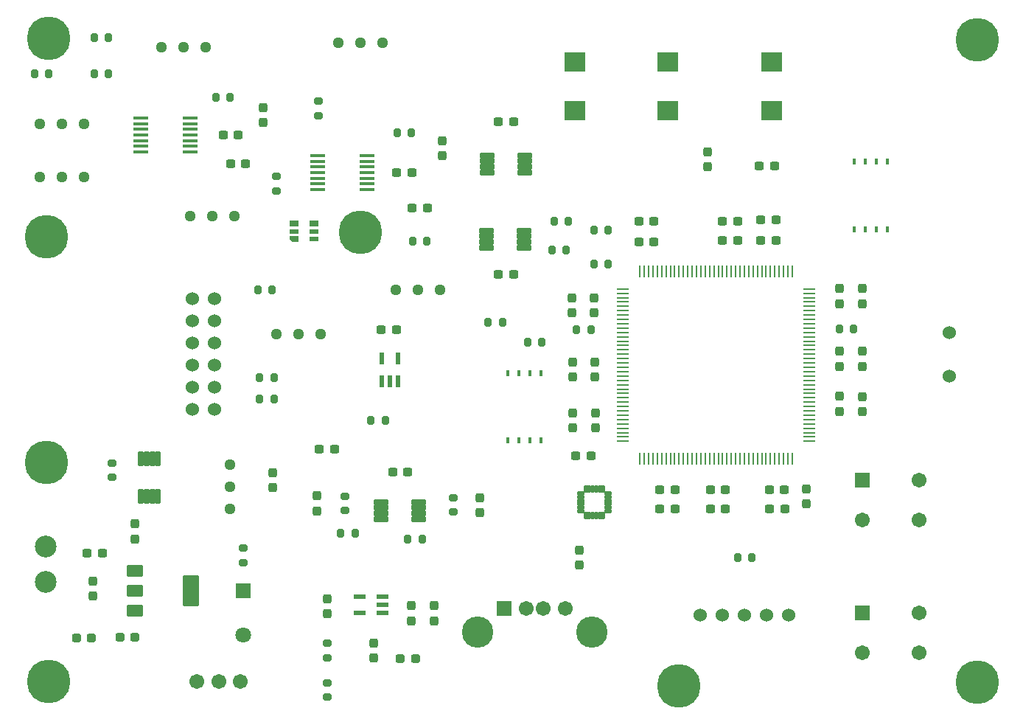
<source format=gbr>
%TF.GenerationSoftware,KiCad,Pcbnew,7.0.7*%
%TF.CreationDate,2024-06-02T12:30:50-04:00*%
%TF.ProjectId,Payload,5061796c-6f61-4642-9e6b-696361645f70,rev?*%
%TF.SameCoordinates,Original*%
%TF.FileFunction,Soldermask,Top*%
%TF.FilePolarity,Negative*%
%FSLAX46Y46*%
G04 Gerber Fmt 4.6, Leading zero omitted, Abs format (unit mm)*
G04 Created by KiCad (PCBNEW 7.0.7) date 2024-06-02 12:30:50*
%MOMM*%
%LPD*%
G01*
G04 APERTURE LIST*
G04 Aperture macros list*
%AMRoundRect*
0 Rectangle with rounded corners*
0 $1 Rounding radius*
0 $2 $3 $4 $5 $6 $7 $8 $9 X,Y pos of 4 corners*
0 Add a 4 corners polygon primitive as box body*
4,1,4,$2,$3,$4,$5,$6,$7,$8,$9,$2,$3,0*
0 Add four circle primitives for the rounded corners*
1,1,$1+$1,$2,$3*
1,1,$1+$1,$4,$5*
1,1,$1+$1,$6,$7*
1,1,$1+$1,$8,$9*
0 Add four rect primitives between the rounded corners*
20,1,$1+$1,$2,$3,$4,$5,0*
20,1,$1+$1,$4,$5,$6,$7,0*
20,1,$1+$1,$6,$7,$8,$9,0*
20,1,$1+$1,$8,$9,$2,$3,0*%
%AMOutline5P*
0 Free polygon, 5 corners , with rotation*
0 The origin of the aperture is its center*
0 number of corners: always 5*
0 $1 to $10 corner X, Y*
0 $11 Rotation angle, in degrees counterclockwise*
0 create outline with 5 corners*
4,1,5,$1,$2,$3,$4,$5,$6,$7,$8,$9,$10,$1,$2,$11*%
%AMOutline6P*
0 Free polygon, 6 corners , with rotation*
0 The origin of the aperture is its center*
0 number of corners: always 6*
0 $1 to $12 corner X, Y*
0 $13 Rotation angle, in degrees counterclockwise*
0 create outline with 6 corners*
4,1,6,$1,$2,$3,$4,$5,$6,$7,$8,$9,$10,$11,$12,$1,$2,$13*%
%AMOutline7P*
0 Free polygon, 7 corners , with rotation*
0 The origin of the aperture is its center*
0 number of corners: always 7*
0 $1 to $14 corner X, Y*
0 $15 Rotation angle, in degrees counterclockwise*
0 create outline with 7 corners*
4,1,7,$1,$2,$3,$4,$5,$6,$7,$8,$9,$10,$11,$12,$13,$14,$1,$2,$15*%
%AMOutline8P*
0 Free polygon, 8 corners , with rotation*
0 The origin of the aperture is its center*
0 number of corners: always 8*
0 $1 to $16 corner X, Y*
0 $17 Rotation angle, in degrees counterclockwise*
0 create outline with 8 corners*
4,1,8,$1,$2,$3,$4,$5,$6,$7,$8,$9,$10,$11,$12,$13,$14,$15,$16,$1,$2,$17*%
G04 Aperture macros list end*
%ADD10RoundRect,0.237500X-0.300000X-0.237500X0.300000X-0.237500X0.300000X0.237500X-0.300000X0.237500X0*%
%ADD11C,5.000000*%
%ADD12RoundRect,0.102000X-0.754000X-0.754000X0.754000X-0.754000X0.754000X0.754000X-0.754000X0.754000X0*%
%ADD13C,1.712000*%
%ADD14RoundRect,0.200000X-0.200000X-0.275000X0.200000X-0.275000X0.200000X0.275000X-0.200000X0.275000X0*%
%ADD15RoundRect,0.237500X0.237500X-0.300000X0.237500X0.300000X-0.237500X0.300000X-0.237500X-0.300000X0*%
%ADD16RoundRect,0.237500X0.237500X-0.287500X0.237500X0.287500X-0.237500X0.287500X-0.237500X-0.287500X0*%
%ADD17RoundRect,0.200000X0.275000X-0.200000X0.275000X0.200000X-0.275000X0.200000X-0.275000X-0.200000X0*%
%ADD18C,1.295400*%
%ADD19RoundRect,0.162000X-0.180000X0.675000X-0.180000X-0.675000X0.180000X-0.675000X0.180000X0.675000X0*%
%ADD20RoundRect,0.200000X0.200000X0.275000X-0.200000X0.275000X-0.200000X-0.275000X0.200000X-0.275000X0*%
%ADD21R,0.431800X0.762000*%
%ADD22RoundRect,0.237500X0.300000X0.237500X-0.300000X0.237500X-0.300000X-0.237500X0.300000X-0.237500X0*%
%ADD23R,2.449195X2.179396*%
%ADD24C,3.600000*%
%ADD25RoundRect,0.237500X-0.287500X-0.237500X0.287500X-0.237500X0.287500X0.237500X-0.287500X0.237500X0*%
%ADD26RoundRect,0.237500X-0.237500X0.300000X-0.237500X-0.300000X0.237500X-0.300000X0.237500X0.300000X0*%
%ADD27C,1.524000*%
%ADD28RoundRect,0.102000X-0.800000X-0.600000X0.800000X-0.600000X0.800000X0.600000X-0.800000X0.600000X0*%
%ADD29RoundRect,0.102000X-0.800000X-1.650000X0.800000X-1.650000X0.800000X1.650000X-0.800000X1.650000X0*%
%ADD30R,1.320800X0.508000*%
%ADD31RoundRect,0.237500X0.287500X0.237500X-0.287500X0.237500X-0.287500X-0.237500X0.287500X-0.237500X0*%
%ADD32RoundRect,0.237500X-0.237500X0.287500X-0.237500X-0.287500X0.237500X-0.287500X0.237500X0.287500X0*%
%ADD33RoundRect,0.162000X-0.675000X-0.180000X0.675000X-0.180000X0.675000X0.180000X-0.675000X0.180000X0*%
%ADD34RoundRect,0.200000X-0.275000X0.200000X-0.275000X-0.200000X0.275000X-0.200000X0.275000X0.200000X0*%
%ADD35R,0.508000X1.320800*%
%ADD36RoundRect,0.108600X-0.103400X0.313400X-0.103400X-0.313400X0.103400X-0.313400X0.103400X0.313400X0*%
%ADD37RoundRect,0.108600X-0.313400X-0.103400X0.313400X-0.103400X0.313400X0.103400X-0.313400X0.103400X0*%
%ADD38RoundRect,0.108600X0.103400X-0.313400X0.103400X0.313400X-0.103400X0.313400X-0.103400X-0.313400X0*%
%ADD39RoundRect,0.108600X0.313400X0.103400X-0.313400X0.103400X-0.313400X-0.103400X0.313400X-0.103400X0*%
%ADD40C,2.500000*%
%ADD41R,1.676400X0.355600*%
%ADD42R,1.030000X0.621000*%
%ADD43R,1.040000X0.515500*%
%ADD44R,1.040000X0.677750*%
%ADD45Outline5P,-0.515000X0.310500X0.266600X0.310500X0.515000X0.062100X0.515000X-0.310500X-0.515000X-0.310500X180.000000*%
%ADD46R,1.045750X0.515500*%
%ADD47R,0.228600X1.473200*%
%ADD48R,1.473200X0.228600*%
%ADD49R,1.800000X1.800000*%
%ADD50C,1.800000*%
G04 APERTURE END LIST*
D10*
%TO.C,C18*%
X139537500Y-94800000D03*
X141262500Y-94800000D03*
%TD*%
D11*
%TO.C,H6*%
X99314000Y-65278000D03*
%TD*%
D12*
%TO.C,SW1*%
X157024000Y-109002000D03*
D13*
X163524000Y-109002000D03*
X157024000Y-113502000D03*
X163524000Y-113502000D03*
%TD*%
D14*
%TO.C,R6*%
X124193800Y-76479400D03*
X125843800Y-76479400D03*
%TD*%
D10*
%TO.C,C2LDO2*%
X101753500Y-76454000D03*
X103478500Y-76454000D03*
%TD*%
D15*
%TO.C,C19*%
X157000000Y-78937500D03*
X157000000Y-80662500D03*
%TD*%
D16*
%TO.C,FB1*%
X100838000Y-114159000D03*
X100838000Y-112409000D03*
%TD*%
D14*
%TO.C,R24*%
X104775500Y-100536000D03*
X106425500Y-100536000D03*
%TD*%
%TO.C,R16*%
X61913000Y-47099000D03*
X63563000Y-47099000D03*
%TD*%
D17*
%TO.C,R30*%
X85852000Y-103187000D03*
X85852000Y-101537000D03*
%TD*%
D18*
%TO.C,RV1*%
X76454000Y-44005500D03*
X78994000Y-44005500D03*
X81534000Y-44005500D03*
%TD*%
D19*
%TO.C,U3*%
X76083000Y-95584000D03*
X75433000Y-95584000D03*
X74783000Y-95584000D03*
X74133000Y-95584000D03*
X74133000Y-91284000D03*
X74783000Y-91284000D03*
X75433000Y-91284000D03*
X76083000Y-91284000D03*
%TD*%
D15*
%TO.C,C7*%
X94350500Y-97236000D03*
X94350500Y-95511000D03*
%TD*%
D20*
%TO.C,R14*%
X70421000Y-47091600D03*
X68771000Y-47091600D03*
%TD*%
D21*
%TO.C,U12*%
X116306600Y-89192100D03*
X117576600Y-89192100D03*
X118846600Y-89192100D03*
X120116600Y-89192100D03*
X120116600Y-81445100D03*
X118846600Y-81445100D03*
X117576600Y-81445100D03*
X116306600Y-81445100D03*
%TD*%
D11*
%TO.C,H4*%
X170180000Y-116949000D03*
%TD*%
D22*
%TO.C,C42*%
X104787500Y-92831500D03*
X103062500Y-92831500D03*
%TD*%
D20*
%TO.C,R2*%
X115683800Y-75641200D03*
X114033800Y-75641200D03*
%TD*%
D23*
%TO.C,C37*%
X146583400Y-45745400D03*
X146583400Y-51318388D03*
%TD*%
D15*
%TO.C,C25*%
X154400000Y-73462500D03*
X154400000Y-71737500D03*
%TD*%
%TO.C,C2LDO1*%
X95504000Y-109066500D03*
X95504000Y-107341500D03*
%TD*%
D14*
%TO.C,R21*%
X103569000Y-53848000D03*
X105219000Y-53848000D03*
%TD*%
D11*
%TO.C,H8*%
X63271400Y-91701400D03*
%TD*%
D12*
%TO.C,J1*%
X115880000Y-108484000D03*
D13*
X118380000Y-108484000D03*
X120380000Y-108484000D03*
X122880000Y-108484000D03*
D24*
X112810000Y-111194000D03*
X125950000Y-111194000D03*
%TD*%
D20*
%TO.C,R15*%
X70421000Y-42926000D03*
X68771000Y-42926000D03*
%TD*%
D18*
%TO.C,RV7*%
X108458000Y-71882000D03*
X105918000Y-71882000D03*
X103378000Y-71882000D03*
%TD*%
D25*
%TO.C,D4*%
X103925000Y-114200000D03*
X105675000Y-114200000D03*
%TD*%
D17*
%TO.C,R29*%
X97550500Y-97211000D03*
X97550500Y-95561000D03*
%TD*%
D26*
%TO.C,C4*%
X108712000Y-54763500D03*
X108712000Y-56488500D03*
%TD*%
D27*
%TO.C,U14*%
X82550000Y-72898000D03*
X82550000Y-75438000D03*
X82550000Y-77978000D03*
X82550000Y-80518000D03*
X82550000Y-83058000D03*
X82550000Y-85598000D03*
X80010000Y-72898000D03*
X80010000Y-75438000D03*
X80010000Y-77978000D03*
X80010000Y-80518000D03*
X80010000Y-83058000D03*
X80010000Y-85598000D03*
%TD*%
D11*
%TO.C,H3*%
X170180000Y-43180000D03*
%TD*%
D28*
%TO.C,VR1*%
X73465000Y-104126000D03*
X73465000Y-106426000D03*
X73465000Y-108726000D03*
D29*
X79865000Y-106426000D03*
%TD*%
D30*
%TO.C,U9*%
X101879400Y-108966000D03*
X101879400Y-108015999D03*
X101879400Y-107065998D03*
X99288600Y-107065998D03*
X99288600Y-108966000D03*
%TD*%
D18*
%TO.C,RV5*%
X101854000Y-43497500D03*
X99314000Y-43497500D03*
X96774000Y-43497500D03*
%TD*%
D20*
%TO.C,R23*%
X102208500Y-86868000D03*
X100558500Y-86868000D03*
%TD*%
D26*
%TO.C,C20*%
X126238000Y-80163500D03*
X126238000Y-81888500D03*
%TD*%
D22*
%TO.C,C5*%
X107034500Y-62517500D03*
X105309500Y-62517500D03*
%TD*%
D20*
%TO.C,R27*%
X89427000Y-84433500D03*
X87777000Y-84433500D03*
%TD*%
D26*
%TO.C,C1*%
X89254500Y-92863500D03*
X89254500Y-94588500D03*
%TD*%
D31*
%TO.C,D1*%
X73475000Y-111760000D03*
X71725000Y-111760000D03*
%TD*%
D32*
%TO.C,F2*%
X107800000Y-108125000D03*
X107800000Y-109875000D03*
%TD*%
D10*
%TO.C,C29*%
X139535500Y-97000000D03*
X141260500Y-97000000D03*
%TD*%
D16*
%TO.C,L1*%
X139192000Y-57771000D03*
X139192000Y-56021000D03*
%TD*%
D26*
%TO.C,C8*%
X126348000Y-86005500D03*
X126348000Y-87730500D03*
%TD*%
D22*
%TO.C,C30*%
X147062500Y-63868000D03*
X145337500Y-63868000D03*
%TD*%
D10*
%TO.C,C41*%
X115215500Y-52578000D03*
X116940500Y-52578000D03*
%TD*%
D33*
%TO.C,U7*%
X101700500Y-96236000D03*
X101700500Y-96886000D03*
X101700500Y-97536000D03*
X101700500Y-98186000D03*
X106000500Y-98186000D03*
X106000500Y-97536000D03*
X106000500Y-96886000D03*
X106000500Y-96236000D03*
%TD*%
D22*
%TO.C,C13*%
X135462500Y-97000000D03*
X133737500Y-97000000D03*
%TD*%
D20*
%TO.C,R5*%
X127799600Y-65049400D03*
X126149600Y-65049400D03*
%TD*%
D27*
%TO.C,Buzzer1*%
X167019874Y-81748000D03*
X167019874Y-76748000D03*
%TD*%
D34*
%TO.C,R13*%
X70800000Y-93425000D03*
X70800000Y-91775000D03*
%TD*%
D18*
%TO.C,RV4*%
X79820000Y-63423500D03*
X82360000Y-63423500D03*
X84900000Y-63423500D03*
%TD*%
D15*
%TO.C,C21*%
X154400000Y-84081500D03*
X154400000Y-85806500D03*
%TD*%
D11*
%TO.C,H1*%
X63500000Y-43035000D03*
%TD*%
D26*
%TO.C,C28*%
X123698000Y-80155500D03*
X123698000Y-81880500D03*
%TD*%
D15*
%TO.C,C22*%
X150600000Y-96462500D03*
X150600000Y-94737500D03*
%TD*%
D10*
%TO.C,C14*%
X124105500Y-90932000D03*
X125830500Y-90932000D03*
%TD*%
D26*
%TO.C,C39*%
X73400000Y-98737500D03*
X73400000Y-100462500D03*
%TD*%
D33*
%TO.C,U5*%
X113837500Y-65065000D03*
X113837500Y-65715000D03*
X113837500Y-66365000D03*
X113837500Y-67015000D03*
X118137500Y-67015000D03*
X118137500Y-66365000D03*
X118137500Y-65715000D03*
X118137500Y-65065000D03*
%TD*%
D22*
%TO.C,C17*%
X135482500Y-94800000D03*
X133757500Y-94800000D03*
%TD*%
D14*
%TO.C,R9*%
X154375000Y-76400000D03*
X156025000Y-76400000D03*
%TD*%
%TO.C,R8*%
X142685000Y-102616000D03*
X144335000Y-102616000D03*
%TD*%
D21*
%TO.C,U13*%
X156083000Y-64935100D03*
X157353000Y-64935100D03*
X158623000Y-64935100D03*
X159893000Y-64935100D03*
X159893000Y-57188100D03*
X158623000Y-57188100D03*
X157353000Y-57188100D03*
X156083000Y-57188100D03*
%TD*%
D26*
%TO.C,C38*%
X124460000Y-101753500D03*
X124460000Y-103478500D03*
%TD*%
D18*
%TO.C,RV6*%
X67564000Y-52832000D03*
X65024000Y-52832000D03*
X62484000Y-52832000D03*
%TD*%
%TO.C,RV8*%
X89662000Y-76962000D03*
X92202000Y-76962000D03*
X94742000Y-76962000D03*
%TD*%
D34*
%TO.C,R32*%
X95504000Y-116975000D03*
X95504000Y-118625000D03*
%TD*%
D23*
%TO.C,C34*%
X123952000Y-51300494D03*
X123952000Y-45727506D03*
%TD*%
%TO.C,C36*%
X134620000Y-45727506D03*
X134620000Y-51300494D03*
%TD*%
D18*
%TO.C,RV3*%
X67564000Y-58928000D03*
X65024000Y-58928000D03*
X62484000Y-58928000D03*
%TD*%
D17*
%TO.C,R20*%
X94488000Y-51879000D03*
X94488000Y-50229000D03*
%TD*%
D22*
%TO.C,C33*%
X133062500Y-66400000D03*
X131337500Y-66400000D03*
%TD*%
D15*
%TO.C,C31*%
X157000000Y-73462500D03*
X157000000Y-71737500D03*
%TD*%
D25*
%TO.C,F1*%
X66725000Y-111800000D03*
X68475000Y-111800000D03*
%TD*%
D20*
%TO.C,R3*%
X122999000Y-67310000D03*
X121349000Y-67310000D03*
%TD*%
D10*
%TO.C,C16*%
X146337500Y-94800000D03*
X148062500Y-94800000D03*
%TD*%
D26*
%TO.C,C2*%
X88138000Y-50953500D03*
X88138000Y-52678500D03*
%TD*%
D10*
%TO.C,C23*%
X146352000Y-97000000D03*
X148077000Y-97000000D03*
%TD*%
D35*
%TO.C,U10*%
X101767599Y-82346800D03*
X102717600Y-82346800D03*
X103667601Y-82346800D03*
X103667601Y-79756000D03*
X101767599Y-79756000D03*
%TD*%
D36*
%TO.C,U11*%
X127238000Y-94721000D03*
X126838000Y-94721000D03*
X126438000Y-94721000D03*
X126038000Y-94721000D03*
X125638000Y-94721000D03*
X125238000Y-94721000D03*
D37*
X124693000Y-95266000D03*
X124693000Y-95666000D03*
X124693000Y-96066000D03*
X124693000Y-96466000D03*
X124693000Y-96866000D03*
X124693000Y-97266000D03*
D38*
X125238000Y-97811000D03*
X125638000Y-97811000D03*
X126038000Y-97811000D03*
X126438000Y-97811000D03*
X126838000Y-97811000D03*
X127238000Y-97811000D03*
D39*
X127783000Y-97266000D03*
X127783000Y-96866000D03*
X127783000Y-96466000D03*
X127783000Y-96066000D03*
X127783000Y-95666000D03*
X127783000Y-95266000D03*
%TD*%
D40*
%TO.C,bornier1*%
X63222000Y-101378000D03*
X63222000Y-105378000D03*
%TD*%
D10*
%TO.C,C1LDO2*%
X94641500Y-90170000D03*
X96366500Y-90170000D03*
%TD*%
D14*
%TO.C,R22*%
X105347000Y-66294000D03*
X106997000Y-66294000D03*
%TD*%
D41*
%TO.C,U2*%
X74142600Y-52151999D03*
X74142600Y-52802000D03*
X74142600Y-53452001D03*
X74142600Y-54102000D03*
X74142600Y-54751999D03*
X74142600Y-55402000D03*
X74142600Y-56051999D03*
X79781400Y-56052001D03*
X79781400Y-55402000D03*
X79781400Y-54752001D03*
X79781400Y-54102000D03*
X79781400Y-53452001D03*
X79781400Y-52802000D03*
X79781400Y-52152001D03*
%TD*%
D14*
%TO.C,R1*%
X126149600Y-68884800D03*
X127799600Y-68884800D03*
%TD*%
D22*
%TO.C,C32*%
X133062500Y-64000000D03*
X131337500Y-64000000D03*
%TD*%
D15*
%TO.C,C10*%
X154400000Y-78937500D03*
X154400000Y-80662500D03*
%TD*%
D11*
%TO.C,H2*%
X63500000Y-116840000D03*
%TD*%
D15*
%TO.C,C1LDO3*%
X68580000Y-107034500D03*
X68580000Y-105309500D03*
%TD*%
D13*
%TO.C,S1*%
X80558000Y-116840000D03*
X83058000Y-116840000D03*
X85558000Y-116840000D03*
%TD*%
D22*
%TO.C,C2LDO3*%
X69696500Y-102108000D03*
X67971500Y-102108000D03*
%TD*%
D17*
%TO.C,R25*%
X109983000Y-97386000D03*
X109983000Y-95736000D03*
%TD*%
D42*
%TO.C,Vibe1*%
X93980000Y-66040000D03*
D43*
X93975000Y-65158250D03*
D44*
X93985000Y-64249375D03*
D45*
X91765000Y-66040500D03*
D46*
X91765000Y-65160500D03*
D44*
X91765000Y-64250500D03*
%TD*%
D26*
%TO.C,C26*%
X126161800Y-72772100D03*
X126161800Y-74497100D03*
%TD*%
D14*
%TO.C,R7*%
X118529600Y-77927200D03*
X120179600Y-77927200D03*
%TD*%
D22*
%TO.C,C40*%
X116940500Y-70104000D03*
X115215500Y-70104000D03*
%TD*%
D10*
%TO.C,C35*%
X145187500Y-57658000D03*
X146912500Y-57658000D03*
%TD*%
D22*
%TO.C,C11*%
X147062500Y-66200000D03*
X145337500Y-66200000D03*
%TD*%
D26*
%TO.C,C12*%
X123621800Y-72772100D03*
X123621800Y-74497100D03*
%TD*%
D14*
%TO.C,R17*%
X82741000Y-49784000D03*
X84391000Y-49784000D03*
%TD*%
D34*
%TO.C,R31*%
X95504000Y-112459000D03*
X95504000Y-114109000D03*
%TD*%
D15*
%TO.C,C27*%
X157000000Y-85862500D03*
X157000000Y-84137500D03*
%TD*%
D22*
%TO.C,C3*%
X86155700Y-57404000D03*
X84430700Y-57404000D03*
%TD*%
D20*
%TO.C,R26*%
X89427000Y-81933500D03*
X87777000Y-81933500D03*
%TD*%
D10*
%TO.C,C44*%
X83567100Y-54102000D03*
X85292100Y-54102000D03*
%TD*%
%TO.C,C43*%
X103531500Y-58420000D03*
X105256500Y-58420000D03*
%TD*%
D20*
%TO.C,R4*%
X123253000Y-64008000D03*
X121603000Y-64008000D03*
%TD*%
%TO.C,R28*%
X98725500Y-99836000D03*
X97075500Y-99836000D03*
%TD*%
D11*
%TO.C,H5*%
X63246000Y-65786000D03*
%TD*%
D22*
%TO.C,C9*%
X142662500Y-66200000D03*
X140937500Y-66200000D03*
%TD*%
D18*
%TO.C,RV2*%
X84391500Y-97028000D03*
X84391500Y-94488000D03*
X84391500Y-91948000D03*
%TD*%
D41*
%TO.C,U6*%
X94462600Y-56469999D03*
X94462600Y-57120000D03*
X94462600Y-57770001D03*
X94462600Y-58420000D03*
X94462600Y-59069999D03*
X94462600Y-59720000D03*
X94462600Y-60369999D03*
X100101400Y-60370001D03*
X100101400Y-59720000D03*
X100101400Y-59070001D03*
X100101400Y-58420000D03*
X100101400Y-57770001D03*
X100101400Y-57120000D03*
X100101400Y-56470001D03*
%TD*%
D15*
%TO.C,C1LDO1*%
X105200000Y-109862500D03*
X105200000Y-108137500D03*
%TD*%
D22*
%TO.C,C24*%
X142662500Y-64000000D03*
X140937500Y-64000000D03*
%TD*%
D15*
%TO.C,C6*%
X113083000Y-97473500D03*
X113083000Y-95748500D03*
%TD*%
D47*
%TO.C,U1*%
X148958000Y-69799200D03*
X148458001Y-69799200D03*
X147958000Y-69799200D03*
X147458001Y-69799200D03*
X146957999Y-69799200D03*
X146458000Y-69799200D03*
X145958001Y-69799200D03*
X145458000Y-69799200D03*
X144958001Y-69799200D03*
X144457999Y-69799200D03*
X143958000Y-69799200D03*
X143458001Y-69799200D03*
X142958000Y-69799200D03*
X142458001Y-69799200D03*
X141957999Y-69799200D03*
X141458000Y-69799200D03*
X140958001Y-69799200D03*
X140458000Y-69799200D03*
X139958000Y-69799200D03*
X139458002Y-69799200D03*
X138958000Y-69799200D03*
X138458001Y-69799200D03*
X137957999Y-69799200D03*
X137458000Y-69799200D03*
X136958001Y-69799200D03*
X136458000Y-69799200D03*
X135958001Y-69799200D03*
X135457999Y-69799200D03*
X134958000Y-69799200D03*
X134458001Y-69799200D03*
X133958000Y-69799200D03*
X133458001Y-69799200D03*
X132957999Y-69799200D03*
X132458000Y-69799200D03*
X131958001Y-69799200D03*
X131458000Y-69799200D03*
D48*
X129489200Y-71768000D03*
X129489200Y-72267999D03*
X129489200Y-72768000D03*
X129489200Y-73267999D03*
X129489200Y-73768001D03*
X129489200Y-74268000D03*
X129489200Y-74767999D03*
X129489200Y-75268000D03*
X129489200Y-75767999D03*
X129489200Y-76268001D03*
X129489200Y-76768000D03*
X129489200Y-77267999D03*
X129489200Y-77768000D03*
X129489200Y-78267999D03*
X129489200Y-78768001D03*
X129489200Y-79268000D03*
X129489200Y-79767999D03*
X129489200Y-80268000D03*
X129489200Y-80768000D03*
X129489200Y-81268001D03*
X129489200Y-81768000D03*
X129489200Y-82267999D03*
X129489200Y-82768001D03*
X129489200Y-83268000D03*
X129489200Y-83768001D03*
X129489200Y-84268000D03*
X129489200Y-84767999D03*
X129489200Y-85268001D03*
X129489200Y-85768000D03*
X129489200Y-86268001D03*
X129489200Y-86768000D03*
X129489200Y-87267999D03*
X129489200Y-87768001D03*
X129489200Y-88268000D03*
X129489200Y-88768001D03*
X129489200Y-89268000D03*
D47*
X131458000Y-91236800D03*
X131957999Y-91236800D03*
X132458000Y-91236800D03*
X132957999Y-91236800D03*
X133458001Y-91236800D03*
X133958000Y-91236800D03*
X134457999Y-91236800D03*
X134958000Y-91236800D03*
X135457999Y-91236800D03*
X135958001Y-91236800D03*
X136458000Y-91236800D03*
X136957999Y-91236800D03*
X137458000Y-91236800D03*
X137957999Y-91236800D03*
X138458001Y-91236800D03*
X138958000Y-91236800D03*
X139457999Y-91236800D03*
X139958000Y-91236800D03*
X140458000Y-91236800D03*
X140958001Y-91236800D03*
X141458000Y-91236800D03*
X141957999Y-91236800D03*
X142458001Y-91236800D03*
X142958000Y-91236800D03*
X143458001Y-91236800D03*
X143958000Y-91236800D03*
X144457999Y-91236800D03*
X144958001Y-91236800D03*
X145458000Y-91236800D03*
X145958001Y-91236800D03*
X146458000Y-91236800D03*
X146957999Y-91236800D03*
X147458001Y-91236800D03*
X147958000Y-91236800D03*
X148458001Y-91236800D03*
X148958000Y-91236800D03*
D48*
X150926800Y-89268000D03*
X150926800Y-88768001D03*
X150926800Y-88268000D03*
X150926800Y-87768001D03*
X150926800Y-87267999D03*
X150926800Y-86768000D03*
X150926800Y-86268001D03*
X150926800Y-85768000D03*
X150926800Y-85268001D03*
X150926800Y-84767999D03*
X150926800Y-84268000D03*
X150926800Y-83768001D03*
X150926800Y-83268000D03*
X150926800Y-82768001D03*
X150926800Y-82267999D03*
X150926800Y-81768000D03*
X150926800Y-81268001D03*
X150926800Y-80768000D03*
X150926800Y-80268000D03*
X150926800Y-79767999D03*
X150926800Y-79268000D03*
X150926800Y-78768001D03*
X150926800Y-78267999D03*
X150926800Y-77768000D03*
X150926800Y-77267999D03*
X150926800Y-76768000D03*
X150926800Y-76268001D03*
X150926800Y-75767999D03*
X150926800Y-75268000D03*
X150926800Y-74767999D03*
X150926800Y-74268000D03*
X150926800Y-73768001D03*
X150926800Y-73267999D03*
X150926800Y-72768000D03*
X150926800Y-72267999D03*
X150926800Y-71768000D03*
%TD*%
D33*
%TO.C,U4*%
X113928000Y-56429000D03*
X113928000Y-57079000D03*
X113928000Y-57729000D03*
X113928000Y-58379000D03*
X118228000Y-58379000D03*
X118228000Y-57729000D03*
X118228000Y-57079000D03*
X118228000Y-56429000D03*
%TD*%
D12*
%TO.C,SW2*%
X157024000Y-93762000D03*
D13*
X163524000Y-93762000D03*
X157024000Y-98262000D03*
X163524000Y-98262000D03*
%TD*%
D17*
%TO.C,R18*%
X89662000Y-60515000D03*
X89662000Y-58865000D03*
%TD*%
D27*
%TO.C,Programming_pins1*%
X148501100Y-109258100D03*
X145961100Y-109258100D03*
X143421100Y-109258100D03*
X140881100Y-109258100D03*
X138341100Y-109258100D03*
%TD*%
D49*
%TO.C,D2*%
X85852000Y-106426000D03*
D50*
X85852000Y-111506000D03*
%TD*%
D11*
%TO.C,H7*%
X135890000Y-117348000D03*
%TD*%
D20*
%TO.C,R19*%
X89217000Y-71882000D03*
X87567000Y-71882000D03*
%TD*%
D26*
%TO.C,C15*%
X123698000Y-86005500D03*
X123698000Y-87730500D03*
%TD*%
M02*

</source>
